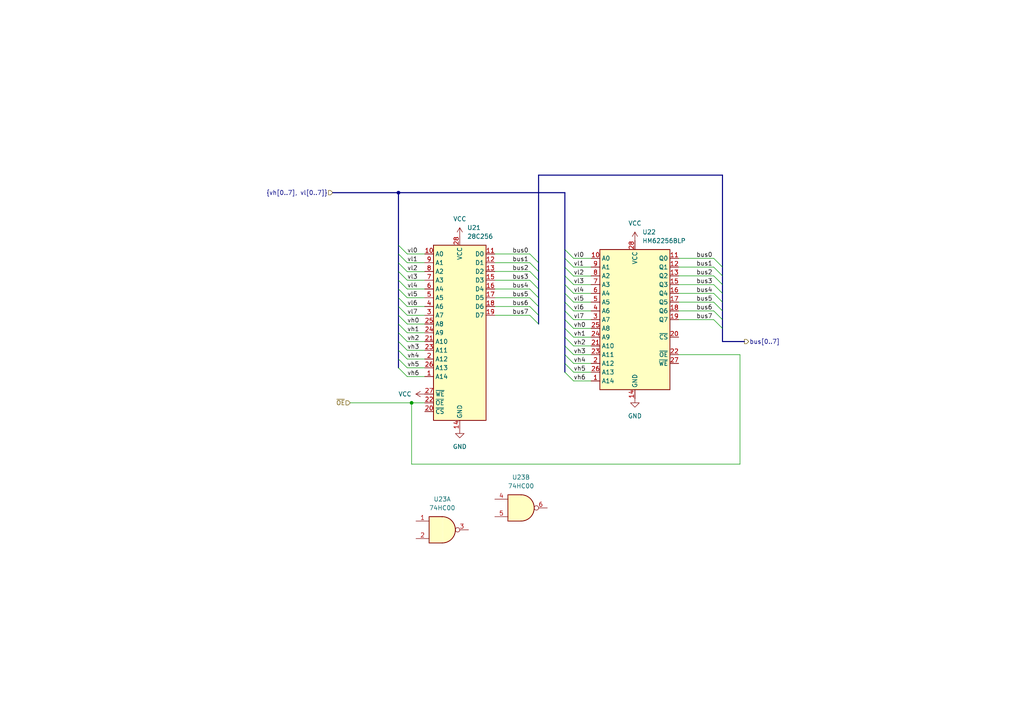
<source format=kicad_sch>
(kicad_sch (version 20250114) (generator "eeschema") (generator_version "9.0")
  (paper "A4")
  (lib_symbols
    (symbol "74xx:74HC00" (pin_names (offset 1.016))
      (property "Reference" "U" (at 0 1.27 0))
      (property "Value" "74HC00" (at 0 -1.27 0))
      (symbol "74HC00_1_1"
        (arc (start 0 3.81) (mid 3.7934 0) (end 0 -3.81) (stroke (width 0.254)) (fill (type background)))
        (polyline (pts (xy 0 3.81) (xy -3.81 3.81) (xy -3.81 -3.81) (xy 0 -3.81)) (stroke (width 0.254)) (fill (type background)))
        (pin input line (at -7.62 2.54 0) (length 3.81) (name "~") (number "1"))
        (pin input line (at -7.62 -2.54 0) (length 3.81) (name "~") (number "2"))
        (pin output inverted (at 7.62 0 180) (length 3.81) (name "~") (number "3"))
      )
      (symbol "74HC00_1_2"
        (arc (start -3.81 3.81) (mid -2.589 0) (end -3.81 -3.81) (stroke (width 0.254)))
        (polyline (pts (xy -3.81 3.81) (xy -0.635 3.81)) (stroke (width 0.254)) (fill (type background)))
        (polyline (pts (xy -3.81 -3.81) (xy -0.635 -3.81)) (stroke (width 0.254)) (fill (type background)))
        (arc (start 3.81 0) (mid 2.1855 -2.584) (end -0.6096 -3.81) (stroke (width 0.254)) (fill (type background)))
        (arc (start -0.6096 3.81) (mid 2.1928 2.5924) (end 3.81 0) (stroke (width 0.254)) (fill (type background)))
        (polyline (pts (xy -0.635 3.81) (xy -3.81 3.81) (xy -3.81 3.81) (xy -3.556 3.4036) (xy -3.0226 2.2606) (xy -2.6924 1.0414) (xy -2.6162 -0.254) (xy -2.7686 -1.4986) (xy -3.175 -2.7178) (xy -3.81 -3.81) (xy -3.81 -3.81) (xy -0.635 -3.81)) (stroke (width -25.4)) (fill (type background)))
        (pin input inverted (at -7.62 2.54 0) (length 4.318) (name "~") (number "1"))
        (pin input inverted (at -7.62 -2.54 0) (length 4.318) (name "~") (number "2"))
        (pin output line (at 7.62 0 180) (length 3.81) (name "~") (number "3"))
      )
      (symbol "74HC00_2_1"
        (arc (start 0 3.81) (mid 3.7934 0) (end 0 -3.81) (stroke (width 0.254)) (fill (type background)))
        (polyline (pts (xy 0 3.81) (xy -3.81 3.81) (xy -3.81 -3.81) (xy 0 -3.81)) (stroke (width 0.254)) (fill (type background)))
        (pin input line (at -7.62 2.54 0) (length 3.81) (name "~") (number "4"))
        (pin input line (at -7.62 -2.54 0) (length 3.81) (name "~") (number "5"))
        (pin output inverted (at 7.62 0 180) (length 3.81) (name "~") (number "6"))
      )
      (symbol "74HC00_2_2"
        (arc (start -3.81 3.81) (mid -2.589 0) (end -3.81 -3.81) (stroke (width 0.254)))
        (polyline (pts (xy -3.81 3.81) (xy -0.635 3.81)) (stroke (width 0.254)) (fill (type background)))
        (polyline (pts (xy -3.81 -3.81) (xy -0.635 -3.81)) (stroke (width 0.254)) (fill (type background)))
        (arc (start 3.81 0) (mid 2.1855 -2.584) (end -0.6096 -3.81) (stroke (width 0.254)) (fill (type background)))
        (arc (start -0.6096 3.81) (mid 2.1928 2.5924) (end 3.81 0) (stroke (width 0.254)) (fill (type background)))
        (polyline (pts (xy -0.635 3.81) (xy -3.81 3.81) (xy -3.81 3.81) (xy -3.556 3.4036) (xy -3.0226 2.2606) (xy -2.6924 1.0414) (xy -2.6162 -0.254) (xy -2.7686 -1.4986) (xy -3.175 -2.7178) (xy -3.81 -3.81) (xy -3.81 -3.81) (xy -0.635 -3.81)) (stroke (width -25.4)) (fill (type background)))
        (pin input inverted (at -7.62 2.54 0) (length 4.318) (name "~") (number "4"))
        (pin input inverted (at -7.62 -2.54 0) (length 4.318) (name "~") (number "5"))
        (pin output line (at 7.62 0 180) (length 3.81) (name "~") (number "6"))
      )
      (symbol "74HC00_3_1"
        (arc (start 0 3.81) (mid 3.7934 0) (end 0 -3.81) (stroke (width 0.254)) (fill (type background)))
        (polyline (pts (xy 0 3.81) (xy -3.81 3.81) (xy -3.81 -3.81) (xy 0 -3.81)) (stroke (width 0.254)) (fill (type background)))
        (pin input line (at -7.62 2.54 0) (length 3.81) (name "~") (number "9"))
        (pin input line (at -7.62 -2.54 0) (length 3.81) (name "~") (number "10"))
        (pin output inverted (at 7.62 0 180) (length 3.81) (name "~") (number "8"))
      )
      (symbol "74HC00_3_2"
        (arc (start -3.81 3.81) (mid -2.589 0) (end -3.81 -3.81) (stroke (width 0.254)))
        (polyline (pts (xy -3.81 3.81) (xy -0.635 3.81)) (stroke (width 0.254)) (fill (type background)))
        (polyline (pts (xy -3.81 -3.81) (xy -0.635 -3.81)) (stroke (width 0.254)) (fill (type background)))
        (arc (start 3.81 0) (mid 2.1855 -2.584) (end -0.6096 -3.81) (stroke (width 0.254)) (fill (type background)))
        (arc (start -0.6096 3.81) (mid 2.1928 2.5924) (end 3.81 0) (stroke (width 0.254)) (fill (type background)))
        (polyline (pts (xy -0.635 3.81) (xy -3.81 3.81) (xy -3.81 3.81) (xy -3.556 3.4036) (xy -3.0226 2.2606) (xy -2.6924 1.0414) (xy -2.6162 -0.254) (xy -2.7686 -1.4986) (xy -3.175 -2.7178) (xy -3.81 -3.81) (xy -3.81 -3.81) (xy -0.635 -3.81)) (stroke (width -25.4)) (fill (type background)))
        (pin input inverted (at -7.62 2.54 0) (length 4.318) (name "~") (number "9"))
        (pin input inverted (at -7.62 -2.54 0) (length 4.318) (name "~") (number "10"))
        (pin output line (at 7.62 0 180) (length 3.81) (name "~") (number "8"))
      )
      (symbol "74HC00_4_1"
        (arc (start 0 3.81) (mid 3.7934 0) (end 0 -3.81) (stroke (width 0.254)) (fill (type background)))
        (polyline (pts (xy 0 3.81) (xy -3.81 3.81) (xy -3.81 -3.81) (xy 0 -3.81)) (stroke (width 0.254)) (fill (type background)))
        (pin input line (at -7.62 2.54 0) (length 3.81) (name "~") (number "12"))
        (pin input line (at -7.62 -2.54 0) (length 3.81) (name "~") (number "13"))
        (pin output inverted (at 7.62 0 180) (length 3.81) (name "~") (number "11"))
      )
      (symbol "74HC00_4_2"
        (arc (start -3.81 3.81) (mid -2.589 0) (end -3.81 -3.81) (stroke (width 0.254)))
        (polyline (pts (xy -3.81 3.81) (xy -0.635 3.81)) (stroke (width 0.254)) (fill (type background)))
        (polyline (pts (xy -3.81 -3.81) (xy -0.635 -3.81)) (stroke (width 0.254)) (fill (type background)))
        (arc (start 3.81 0) (mid 2.1855 -2.584) (end -0.6096 -3.81) (stroke (width 0.254)) (fill (type background)))
        (arc (start -0.6096 3.81) (mid 2.1928 2.5924) (end 3.81 0) (stroke (width 0.254)) (fill (type background)))
        (polyline (pts (xy -0.635 3.81) (xy -3.81 3.81) (xy -3.81 3.81) (xy -3.556 3.4036) (xy -3.0226 2.2606) (xy -2.6924 1.0414) (xy -2.6162 -0.254) (xy -2.7686 -1.4986) (xy -3.175 -2.7178) (xy -3.81 -3.81) (xy -3.81 -3.81) (xy -0.635 -3.81)) (stroke (width -25.4)) (fill (type background)))
        (pin input inverted (at -7.62 2.54 0) (length 4.318) (name "~") (number "12"))
        (pin input inverted (at -7.62 -2.54 0) (length 4.318) (name "~") (number "13"))
        (pin output line (at 7.62 0 180) (length 3.81) (name "~") (number "11"))
      )
      (symbol "74HC00_5_0"
        (pin power_in line (at 0 12.7 270) (length 5.08) (name "VCC") (number "14"))
        (pin power_in line (at 0 -12.7 90) (length 5.08) (name "GND") (number "7"))
      )
      (symbol "74HC00_5_1"
        (rectangle (start -5.08 7.62) (end 5.08 -7.62) (stroke (width 0.254)) (fill (type background)))
      )
    )
    (symbol "Memory_EEPROM:28C256"
      (property "Reference" "U" (at -7.62 26.67 0))
      (property "Value" "28C256" (at 2.54 -26.67 0))
      (symbol "28C256_1_1"
        (rectangle (start -7.62 25.4) (end 7.62 -25.4) (stroke (width 0.254)) (fill (type background)))
        (pin input line (at -10.16 22.86 0) (length 2.54) (name "A0") (number "10"))
        (pin input line (at -10.16 20.32 0) (length 2.54) (name "A1") (number "9"))
        (pin input line (at -10.16 17.78 0) (length 2.54) (name "A2") (number "8"))
        (pin input line (at -10.16 15.24 0) (length 2.54) (name "A3") (number "7"))
        (pin input line (at -10.16 12.7 0) (length 2.54) (name "A4") (number "6"))
        (pin input line (at -10.16 10.16 0) (length 2.54) (name "A5") (number "5"))
        (pin input line (at -10.16 7.62 0) (length 2.54) (name "A6") (number "4"))
        (pin input line (at -10.16 5.08 0) (length 2.54) (name "A7") (number "3"))
        (pin input line (at -10.16 2.54 0) (length 2.54) (name "A8") (number "25"))
        (pin input line (at -10.16 0 0) (length 2.54) (name "A9") (number "24"))
        (pin input line (at -10.16 -2.54 0) (length 2.54) (name "A10") (number "21"))
        (pin input line (at -10.16 -5.08 0) (length 2.54) (name "A11") (number "23"))
        (pin input line (at -10.16 -7.62 0) (length 2.54) (name "A12") (number "2"))
        (pin input line (at -10.16 -10.16 0) (length 2.54) (name "A13") (number "26"))
        (pin input line (at -10.16 -12.7 0) (length 2.54) (name "A14") (number "1"))
        (pin input line (at -10.16 -17.78 0) (length 2.54) (name "~{WE}") (number "27"))
        (pin input line (at -10.16 -20.32 0) (length 2.54) (name "~{OE}") (number "22"))
        (pin input line (at -10.16 -22.86 0) (length 2.54) (name "~{CS}") (number "20"))
        (pin power_in line (at 0 27.94 270) (length 2.54) (name "VCC") (number "28"))
        (pin power_in line (at 0 -27.94 90) (length 2.54) (name "GND") (number "14"))
        (pin tri_state line (at 10.16 22.86 180) (length 2.54) (name "D0") (number "11"))
        (pin tri_state line (at 10.16 20.32 180) (length 2.54) (name "D1") (number "12"))
        (pin tri_state line (at 10.16 17.78 180) (length 2.54) (name "D2") (number "13"))
        (pin tri_state line (at 10.16 15.24 180) (length 2.54) (name "D3") (number "15"))
        (pin tri_state line (at 10.16 12.7 180) (length 2.54) (name "D4") (number "16"))
        (pin tri_state line (at 10.16 10.16 180) (length 2.54) (name "D5") (number "17"))
        (pin tri_state line (at 10.16 7.62 180) (length 2.54) (name "D6") (number "18"))
        (pin tri_state line (at 10.16 5.08 180) (length 2.54) (name "D7") (number "19"))
      )
    )
    (symbol "Memory_RAM:HM62256BLP"
      (property "Reference" "U" (at -10.16 20.955 0))
      (property "Value" "HM62256BLP" (at 2.54 20.955 0))
      (symbol "HM62256BLP_0_0"
        (pin power_in line (at 0 22.86 270) (length 2.54) (name "VCC") (number "28"))
        (pin power_in line (at 0 -22.86 90) (length 2.54) (name "GND") (number "14"))
      )
      (symbol "HM62256BLP_0_1"
        (rectangle (start -10.16 20.32) (end 10.16 -20.32) (stroke (width 0.254)) (fill (type background)))
      )
      (symbol "HM62256BLP_1_1"
        (pin input line (at -12.7 17.78 0) (length 2.54) (name "A0") (number "10"))
        (pin input line (at -12.7 15.24 0) (length 2.54) (name "A1") (number "9"))
        (pin input line (at -12.7 12.7 0) (length 2.54) (name "A2") (number "8"))
        (pin input line (at -12.7 10.16 0) (length 2.54) (name "A3") (number "7"))
        (pin input line (at -12.7 7.62 0) (length 2.54) (name "A4") (number "6"))
        (pin input line (at -12.7 5.08 0) (length 2.54) (name "A5") (number "5"))
        (pin input line (at -12.7 2.54 0) (length 2.54) (name "A6") (number "4"))
        (pin input line (at -12.7 0 0) (length 2.54) (name "A7") (number "3"))
        (pin input line (at -12.7 -2.54 0) (length 2.54) (name "A8") (number "25"))
        (pin input line (at -12.7 -5.08 0) (length 2.54) (name "A9") (number "24"))
        (pin input line (at -12.7 -7.62 0) (length 2.54) (name "A10") (number "21"))
        (pin input line (at -12.7 -10.16 0) (length 2.54) (name "A11") (number "23"))
        (pin input line (at -12.7 -12.7 0) (length 2.54) (name "A12") (number "2"))
        (pin input line (at -12.7 -15.24 0) (length 2.54) (name "A13") (number "26"))
        (pin input line (at -12.7 -17.78 0) (length 2.54) (name "A14") (number "1"))
        (pin tri_state line (at 12.7 17.78 180) (length 2.54) (name "Q0") (number "11"))
        (pin tri_state line (at 12.7 15.24 180) (length 2.54) (name "Q1") (number "12"))
        (pin tri_state line (at 12.7 12.7 180) (length 2.54) (name "Q2") (number "13"))
        (pin tri_state line (at 12.7 10.16 180) (length 2.54) (name "Q3") (number "15"))
        (pin tri_state line (at 12.7 7.62 180) (length 2.54) (name "Q4") (number "16"))
        (pin tri_state line (at 12.7 5.08 180) (length 2.54) (name "Q5") (number "17"))
        (pin tri_state line (at 12.7 2.54 180) (length 2.54) (name "Q6") (number "18"))
        (pin tri_state line (at 12.7 0 180) (length 2.54) (name "Q7") (number "19"))
        (pin input line (at 12.7 -5.08 180) (length 2.54) (name "~{CS}") (number "20"))
        (pin input line (at 12.7 -10.16 180) (length 2.54) (name "~{OE}") (number "22"))
        (pin input line (at 12.7 -12.7 180) (length 2.54) (name "~{WE}") (number "27"))
      )
    )
    (symbol "power:GND" (power) (pin_numbers (hide yes)) (pin_names (offset 0) (hide yes))
      (property "Value" "GND" (at 0 -3.81 0))
      (symbol "GND_0_1"
        (polyline (pts (xy 0 0) (xy 0 -1.27) (xy 1.27 -1.27) (xy 0 -2.54) (xy -1.27 -1.27) (xy 0 -1.27)))
      )
      (symbol "GND_1_1"
        (pin power_in line (at 0 0 270) (length 0) (name "~") (number "1"))
      )
    )
    (symbol "power:VCC" (power) (pin_numbers (hide yes)) (pin_names (offset 0) (hide yes))
      (property "Value" "VCC" (at 0 3.556 0))
      (symbol "VCC_0_1"
        (polyline (pts (xy -0.762 1.27) (xy 0 2.54)))
        (polyline (pts (xy 0 2.54) (xy 0.762 1.27)))
        (polyline (pts (xy 0 0) (xy 0 2.54)))
      )
      (symbol "VCC_1_1"
        (pin power_in line (at 0 0 90) (length 0) (name "~") (number "1"))
      )
    )
  )
  (junction (at 119.38 116.84))
  (junction (at 115.57 55.88))
  (bus_entry (at 115.57 76.253) (size 2.54 2.54))
  (bus_entry (at 153.67 81.28) (size 2.54 2.54))
  (bus_entry (at 153.67 86.36) (size 2.54 2.54))
  (bus_entry (at 207.01 80.01) (size 2.54 2.54))
  (bus_entry (at 163.83 107.95) (size 2.54 2.54))
  (bus_entry (at 207.01 85.09) (size 2.54 2.54))
  (bus_entry (at 163.83 90.17) (size 2.54 2.54))
  (bus_entry (at 153.67 91.44) (size 2.54 2.54))
  (bus_entry (at 115.57 93.98) (size 2.54 2.54))
  (bus_entry (at 163.83 97.79) (size 2.54 2.54))
  (bus_entry (at 163.83 82.55) (size 2.54 2.54))
  (bus_entry (at 207.01 74.93) (size 2.54 2.54))
  (bus_entry (at 207.01 82.55) (size 2.54 2.54))
  (bus_entry (at 163.83 100.33) (size 2.54 2.54))
  (bus_entry (at 115.57 73.66) (size 2.54 2.54))
  (bus_entry (at 163.83 74.93) (size 2.54 2.54))
  (bus_entry (at 163.83 105.41) (size 2.54 2.54))
  (bus_entry (at 115.57 88.9) (size 2.54 2.54))
  (bus_entry (at 163.83 80.01) (size 2.54 2.54))
  (bus_entry (at 207.01 87.63) (size 2.54 2.54))
  (bus_entry (at 153.67 73.66) (size 2.54 2.54))
  (bus_entry (at 163.83 87.63) (size 2.54 2.54))
  (bus_entry (at 207.01 90.17) (size 2.54 2.54))
  (bus_entry (at 115.57 104.14) (size 2.54 2.54))
  (bus_entry (at 115.57 106.68) (size 2.54 2.54))
  (bus_entry (at 153.67 83.82) (size 2.54 2.54))
  (bus_entry (at 115.57 96.52) (size 2.54 2.54))
  (bus_entry (at 153.67 78.74) (size 2.54 2.54))
  (bus_entry (at 163.83 92.71) (size 2.54 2.54))
  (bus_entry (at 153.67 88.9) (size 2.54 2.54))
  (bus_entry (at 115.57 86.36) (size 2.54 2.54))
  (bus_entry (at 163.83 95.25) (size 2.54 2.54))
  (bus_entry (at 115.57 83.82) (size 2.54 2.54))
  (bus_entry (at 207.01 77.47) (size 2.54 2.54))
  (bus_entry (at 163.83 102.87) (size 2.54 2.54))
  (bus_entry (at 115.57 71.12) (size 2.54 2.54))
  (bus_entry (at 115.57 78.74) (size 2.54 2.54))
  (bus_entry (at 115.57 81.28) (size 2.54 2.54))
  (bus_entry (at 163.83 77.523) (size 2.54 2.54))
  (bus_entry (at 163.83 72.39) (size 2.54 2.54))
  (bus_entry (at 115.57 91.44) (size 2.54 2.54))
  (bus_entry (at 115.57 101.6) (size 2.54 2.54))
  (bus_entry (at 207.01 92.71) (size 2.54 2.54))
  (bus_entry (at 153.67 76.2) (size 2.54 2.54))
  (bus_entry (at 115.57 99.06) (size 2.54 2.54))
  (bus_entry (at 163.83 85.09) (size 2.54 2.54))
  (wire (pts (xy 166.37 82.55) (xy 171.45 82.55)))
  (wire (pts (xy 166.37 80.063) (xy 171.45 80.063)))
  (wire (pts (xy 196.85 80.01) (xy 207.01 80.01)))
  (bus (pts (xy 209.55 85.09) (xy 209.55 87.63)))
  (bus (pts (xy 209.55 87.63) (xy 209.55 90.17)))
  (wire (pts (xy 166.37 97.79) (xy 171.45 97.79)))
  (bus (pts (xy 115.57 73.66) (xy 115.57 76.253)))
  (wire (pts (xy 118.11 93.98) (xy 123.19 93.98)))
  (bus (pts (xy 115.57 88.9) (xy 115.57 91.44)))
  (bus (pts (xy 209.55 90.17) (xy 209.55 92.71)))
  (bus (pts (xy 163.83 105.41) (xy 163.83 107.95)))
  (bus (pts (xy 115.57 101.6) (xy 115.57 104.14)))
  (wire (pts (xy 118.11 88.9) (xy 123.19 88.9)))
  (wire (pts (xy 166.37 107.95) (xy 171.45 107.95)))
  (wire (pts (xy 196.85 92.71) (xy 207.01 92.71)))
  (bus (pts (xy 115.57 76.253) (xy 115.57 78.74)))
  (bus (pts (xy 163.83 102.87) (xy 163.83 105.41)))
  (wire (pts (xy 118.11 101.6) (xy 123.19 101.6)))
  (wire (pts (xy 118.11 78.793) (xy 123.19 78.793)))
  (bus (pts (xy 115.57 55.88) (xy 115.57 71.12)))
  (wire (pts (xy 196.85 87.63) (xy 207.01 87.63)))
  (wire (pts (xy 196.85 90.17) (xy 207.01 90.17)))
  (wire (pts (xy 119.38 134.62) (xy 119.38 116.84)))
  (wire (pts (xy 196.85 85.09) (xy 207.01 85.09)))
  (bus (pts (xy 163.83 80.01) (xy 163.83 82.55)))
  (bus (pts (xy 209.55 77.47) (xy 209.55 50.8)))
  (wire (pts (xy 196.85 77.47) (xy 207.01 77.47)))
  (wire (pts (xy 166.37 92.71) (xy 171.45 92.71)))
  (wire (pts (xy 118.11 73.66) (xy 123.19 73.66)))
  (bus (pts (xy 96.52 55.88) (xy 115.57 55.88)))
  (wire (pts (xy 166.37 74.93) (xy 171.45 74.93)))
  (wire (pts (xy 166.37 77.47) (xy 171.45 77.47)))
  (bus (pts (xy 115.57 71.12) (xy 115.57 73.66)))
  (wire (pts (xy 118.11 91.44) (xy 123.19 91.44)))
  (bus (pts (xy 163.83 85.09) (xy 163.83 87.63)))
  (wire (pts (xy 166.37 100.33) (xy 171.45 100.33)))
  (bus (pts (xy 115.57 96.52) (xy 115.57 99.06)))
  (wire (pts (xy 166.37 110.49) (xy 171.45 110.49)))
  (wire (pts (xy 118.11 96.52) (xy 123.19 96.52)))
  (bus (pts (xy 163.83 95.25) (xy 163.83 97.79)))
  (bus (pts (xy 156.21 91.44) (xy 156.21 93.98)))
  (wire (pts (xy 166.37 95.25) (xy 171.45 95.25)))
  (bus (pts (xy 163.83 72.39) (xy 163.83 74.93)))
  (wire (pts (xy 143.51 83.82) (xy 153.67 83.82)))
  (wire (pts (xy 166.37 105.41) (xy 171.45 105.41)))
  (bus (pts (xy 156.21 88.9) (xy 156.21 86.36)))
  (wire (pts (xy 143.51 73.66) (xy 153.67 73.66)))
  (bus (pts (xy 209.55 77.47) (xy 209.55 80.01)))
  (wire (pts (xy 119.38 116.84) (xy 123.19 116.84)))
  (bus (pts (xy 115.57 91.44) (xy 115.57 93.98)))
  (wire (pts (xy 166.37 90.17) (xy 171.45 90.17)))
  (bus (pts (xy 163.83 74.93) (xy 163.83 77.523)))
  (bus (pts (xy 163.83 90.17) (xy 163.83 92.71)))
  (wire (pts (xy 118.11 83.82) (xy 123.19 83.82)))
  (wire (pts (xy 118.11 106.68) (xy 123.19 106.68)))
  (wire (pts (xy 143.51 88.9) (xy 153.67 88.9)))
  (wire (pts (xy 118.11 99.06) (xy 123.19 99.06)))
  (wire (pts (xy 118.11 81.28) (xy 123.19 81.28)))
  (bus (pts (xy 156.21 91.44) (xy 156.21 88.9)))
  (bus (pts (xy 115.57 99.06) (xy 115.57 101.6)))
  (bus (pts (xy 156.21 86.36) (xy 156.21 83.82)))
  (bus (pts (xy 115.57 81.28) (xy 115.57 83.82)))
  (wire (pts (xy 214.63 134.62) (xy 119.38 134.62)))
  (bus (pts (xy 209.55 92.71) (xy 209.55 95.25)))
  (bus (pts (xy 163.83 87.63) (xy 163.83 90.17)))
  (wire (pts (xy 196.85 74.93) (xy 207.01 74.93)))
  (bus (pts (xy 115.57 83.82) (xy 115.57 86.36)))
  (bus (pts (xy 115.57 86.36) (xy 115.57 88.9)))
  (bus (pts (xy 115.57 78.74) (xy 115.57 81.28)))
  (wire (pts (xy 143.51 91.44) (xy 153.67 91.44)))
  (wire (pts (xy 143.51 78.74) (xy 153.67 78.74)))
  (bus (pts (xy 156.21 50.8) (xy 209.55 50.8)))
  (wire (pts (xy 196.85 82.55) (xy 207.01 82.55)))
  (bus (pts (xy 156.21 81.28) (xy 156.21 83.82)))
  (bus (pts (xy 163.83 97.79) (xy 163.83 100.33)))
  (bus (pts (xy 163.83 82.55) (xy 163.83 85.09)))
  (wire (pts (xy 166.37 85.09) (xy 171.45 85.09)))
  (wire (pts (xy 118.11 76.2) (xy 123.19 76.2)))
  (bus (pts (xy 163.83 55.88) (xy 163.83 72.39)))
  (bus (pts (xy 156.21 76.2) (xy 156.21 78.74)))
  (bus (pts (xy 115.57 104.14) (xy 115.57 106.68)))
  (wire (pts (xy 166.37 87.63) (xy 171.45 87.63)))
  (wire (pts (xy 101.6 116.84) (xy 119.38 116.84)))
  (wire (pts (xy 143.51 76.2) (xy 153.67 76.2)))
  (bus (pts (xy 156.21 76.2) (xy 156.21 50.8)))
  (bus (pts (xy 209.55 99.06) (xy 215.9 99.06)))
  (bus (pts (xy 163.83 92.71) (xy 163.83 95.25)))
  (wire (pts (xy 143.51 86.36) (xy 153.67 86.36)))
  (wire (pts (xy 118.11 104.14) (xy 123.19 104.14)))
  (bus (pts (xy 163.83 77.523) (xy 163.83 80.01)))
  (bus (pts (xy 115.57 55.88) (xy 163.83 55.88)))
  (wire (pts (xy 196.85 102.87) (xy 214.63 102.87)))
  (wire (pts (xy 143.51 81.28) (xy 153.67 81.28)))
  (bus (pts (xy 209.55 80.01) (xy 209.55 82.55)))
  (bus (pts (xy 209.55 82.55) (xy 209.55 85.09)))
  (bus (pts (xy 156.21 81.28) (xy 156.21 78.74)))
  (wire (pts (xy 214.63 102.87) (xy 214.63 134.62)))
  (bus (pts (xy 209.55 95.25) (xy 209.55 99.06)))
  (bus (pts (xy 115.57 93.98) (xy 115.57 96.52)))
  (wire (pts (xy 118.11 109.22) (xy 123.19 109.22)))
  (wire (pts (xy 166.37 102.87) (xy 171.45 102.87)))
  (wire (pts (xy 118.11 86.36) (xy 123.19 86.36)))
  (bus (pts (xy 163.83 100.33) (xy 163.83 102.87)))
  (label "vl5" (at 118.11 86.36 0))
  (label "bus7" (at 148.59 91.44 0))
  (label "vh6" (at 118.11 109.22 0))
  (label "bus3" (at 148.59 81.28 0))
  (label "vl4" (at 118.11 83.82 0))
  (label "vl7" (at 166.37 92.71 0))
  (label "vl4" (at 166.37 85.09 0))
  (label "vl3" (at 166.37 82.55 0))
  (label "vl1" (at 166.37 77.47 0))
  (label "vh4" (at 166.37 105.41 0))
  (label "vl0" (at 166.37 74.93 0))
  (label "vh2" (at 166.37 100.33 0))
  (label "bus3" (at 201.93 82.55 0))
  (label "bus7" (at 201.93 92.71 0))
  (label "vl3" (at 118.11 81.28 0))
  (label "bus4" (at 148.59 83.82 0))
  (label "vh3" (at 118.11 101.6 0))
  (label "vh1" (at 118.11 96.52 0))
  (label "vl6" (at 118.11 88.9 0))
  (label "bus5" (at 148.59 86.36 0))
  (label "vh4" (at 118.11 104.14 0))
  (label "vl1" (at 118.11 76.2 0))
  (label "vl2" (at 166.37 80.063 0))
  (label "bus2" (at 201.93 80.01 0))
  (label "vh0" (at 166.37 95.25 0))
  (label "bus5" (at 201.93 87.63 0))
  (label "bus1" (at 201.93 77.47 0))
  (label "vh5" (at 118.11 106.68 0))
  (label "bus1" (at 148.59 76.2 0))
  (label "bus6" (at 148.59 88.9 0))
  (label "bus0" (at 201.93 74.93 0))
  (label "vl2" (at 118.11 78.793 0))
  (label "vl6" (at 166.37 90.17 0))
  (label "vh0" (at 118.11 93.98 0))
  (label "bus4" (at 201.93 85.09 0))
  (label "bus6" (at 201.93 90.17 0))
  (label "vh2" (at 118.11 99.06 0))
  (label "vh5" (at 166.37 107.95 0))
  (label "vl0" (at 118.11 73.66 0))
  (label "vh3" (at 166.37 102.87 0))
  (label "vl7" (at 118.11 91.44 0))
  (label "vh6" (at 166.37 110.49 0))
  (label "vh1" (at 166.37 97.79 0))
  (label "vl5" (at 166.37 87.63 0))
  (label "bus2" (at 148.59 78.74 0))
  (label "bus0" (at 148.59 73.66 0))
  (hierarchical_label "{vh[0..7], vl[0..7]}" (shape input) (at 96.52 55.88 180))
  (hierarchical_label "~{OE}" (shape input) (at 101.6 116.84 180))
  (hierarchical_label "bus[0..7]" (shape output) (at 215.9 99.06 0))
  (symbol (lib_id "power:VCC") (at 123.19 114.3 90) (unit 1)
    (property "Reference" "#PWR059" (effects (hide yes)))
    (property "Value" "VCC" (at 119.38 114.2999 90) (effects (justify left)))
    (property "Description" "Power symbol creates a global label with name \"VCC\"" (effects (hide yes)))
  )
  (symbol (lib_id "74xx:74HC00") (at 128.27 153.67 0) (unit 1)
    (property "Reference" "U23" (at 128.2617 144.78 0))
    (property "Value" "74HC00" (at 128.2617 147.32 0))
    (property "Footprint" "Package_DIP:DIP-14_W7.62mm" (effects (hide yes)))
    (property "Datasheet" "http://www.ti.com/lit/gpn/sn74hc00" (effects (hide yes)))
    (property "Description" "quad 2-input NAND gate" (effects (hide yes)))
  )
  (symbol (lib_id "Memory_EEPROM:28C256") (at 133.35 96.52 0) (unit 1)
    (property "Reference" "U21" (at 135.4933 66.04 0) (effects (justify left)))
    (property "Value" "28C256" (at 135.4933 68.58 0) (effects (justify left)))
    (property "Footprint" "Package_DIP:DIP-28_W15.24mm_Socket" (effects (hide yes)))
    (property "Datasheet" "http://ww1.microchip.com/downloads/en/DeviceDoc/doc0006.pdf" (effects (hide yes)))
    (property "Description" "Paged Parallel EEPROM 256Kb (32K x 8), DIP-28/SOIC-28" (effects (hide yes)))
  )
  (symbol (lib_id "power:GND") (at 133.35 124.46 0) (unit 1)
    (property "Reference" "#PWR045" (effects (hide yes)))
    (property "Value" "GND" (at 133.35 129.54 0))
    (property "Description" "Power symbol creates a global label with name \"GND\" , ground" (effects (hide yes)))
  )
  (symbol (lib_id "power:VCC") (at 133.35 68.58 0) (unit 1)
    (property "Reference" "#PWR057" (effects (hide yes)))
    (property "Value" "VCC" (at 133.35 63.5 0))
    (property "Description" "Power symbol creates a global label with name \"VCC\"" (effects (hide yes)))
  )
  (symbol (lib_id "74xx:74HC00") (at 151.13 147.32 0) (unit 2)
    (property "Reference" "U23" (at 151.1217 138.43 0))
    (property "Value" "74HC00" (at 151.1217 140.97 0))
    (property "Footprint" "Package_DIP:DIP-14_W7.62mm" (effects (hide yes)))
    (property "Datasheet" "http://www.ti.com/lit/gpn/sn74hc00" (effects (hide yes)))
    (property "Description" "quad 2-input NAND gate" (effects (hide yes)))
  )
  (symbol (lib_id "power:VCC") (at 184.15 69.85 0) (unit 1)
    (property "Reference" "#PWR058" (effects (hide yes)))
    (property "Value" "VCC" (at 184.15 64.77 0))
    (property "Description" "Power symbol creates a global label with name \"VCC\"" (effects (hide yes)))
  )
  (symbol (lib_id "Memory_RAM:HM62256BLP") (at 184.15 92.71 0) (unit 1)
    (property "Reference" "U22" (at 186.2933 67.31 0) (effects (justify left)))
    (property "Value" "HM62256BLP" (at 186.2933 69.85 0) (effects (justify left)))
    (property "Footprint" "Package_DIP:DIP-28_W15.24mm" (effects (hide yes)))
    (property "Datasheet" "https://web.mit.edu/6.115/www/document/62256.pdf" (effects (hide yes)))
    (property "Description" "32,768-word × 8-bit High Speed CMOS Static RAM, 70ns, DIP-28" (effects (hide yes)))
  )
  (symbol (lib_id "power:GND") (at 184.15 115.57 0) (unit 1)
    (property "Reference" "#PWR046" (effects (hide yes)))
    (property "Value" "GND" (at 184.15 120.65 0))
    (property "Description" "Power symbol creates a global label with name \"GND\" , ground" (effects (hide yes)))
  )
)
</source>
